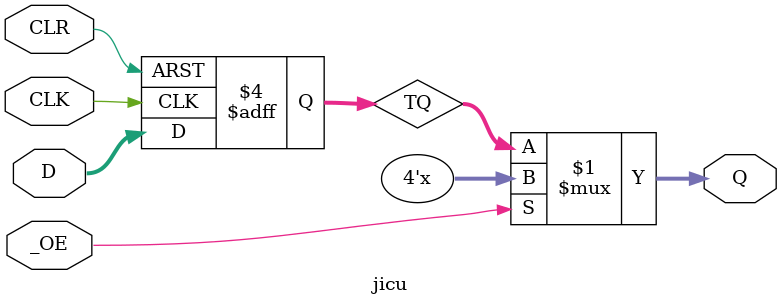
<source format=v>
`timescale 1ns / 1ps


module jicu(
  input CLR,
  input CLK,
  input [3:0]D,
  input _OE,
  output  [3:0]Q
    );
   reg [3:0] TQ= 4'b0000;
   assign Q = _OE ? 4'bzzzz : TQ;
   always@(posedge CLK or posedge CLR)
   begin
        if(CLR) TQ<=4'B0000;
        else  TQ<=D;
   end
endmodule
</source>
